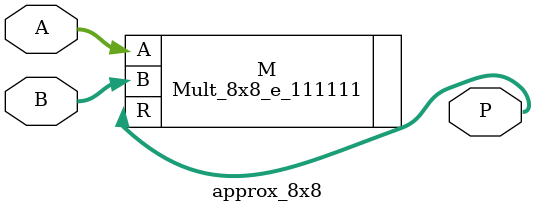
<source format=v>
`timescale 1ns / 1ps


module approx_8x8(
input [7:0]A,
input [7:0]B,

output [15:0]P
    );
    wire [15:0]P_1;
      Mult_8x8_e_111111 M(.A(A),.B(B),.R(P)); //change this module name
   // assign P = A * B;
    
endmodule

</source>
